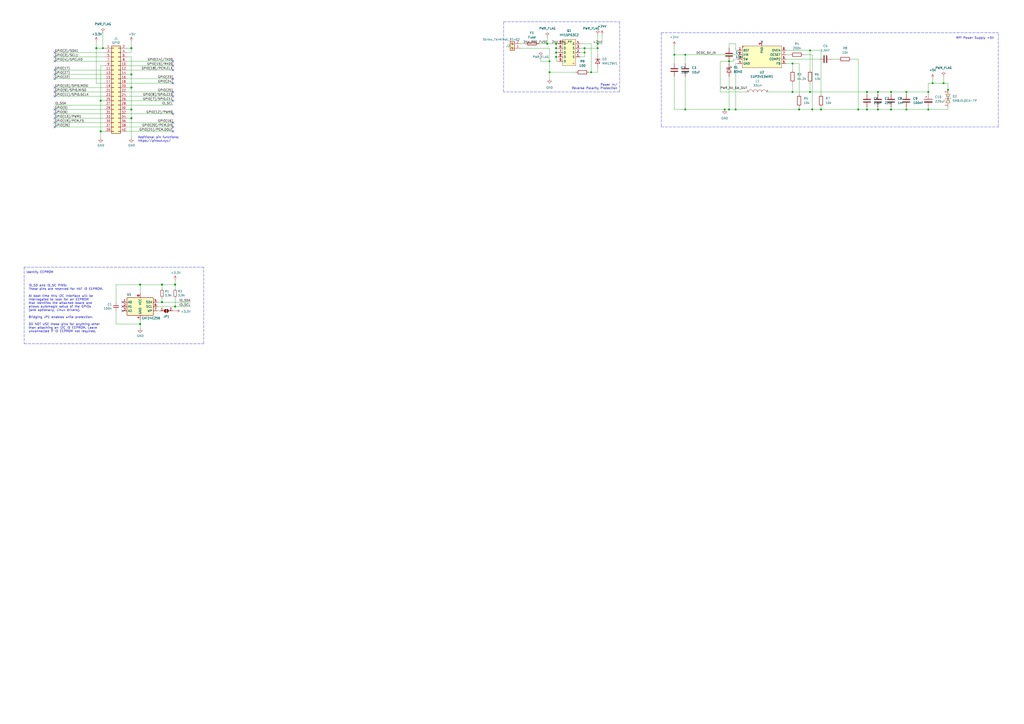
<source format=kicad_sch>
(kicad_sch (version 20211123) (generator eeschema)
  (paper "A2")
  (title_block (title "CBPi Hat") (date "2023-02-13") (rev "Rev 1.1") (company "Till Klocke"))
  (lib_symbols
    (symbol "Connector:Screw_Terminal_01x02" (pin_names (offset 1.016) hide)
      (property "Reference" "J" (at 0 2.54 0))
      (property "Value" "Screw_Terminal_01x02" (at 0 -5.08 0))
      (symbol "Screw_Terminal_01x02_1_1"
        (rectangle (start -1.27 1.27) (end 1.27 -3.81) (stroke (width 0.254)) (fill (type background)))
        (circle (center 0 -2.54) (radius 0.635) (stroke (width 0.1524)))
        (polyline (pts (xy -0.5334 -2.2098) (xy 0.3302 -3.048)) (stroke (width 0.1524)))
        (polyline (pts (xy -0.5334 0.3302) (xy 0.3302 -0.508)) (stroke (width 0.1524)))
        (polyline (pts (xy -0.3556 -2.032) (xy 0.508 -2.8702)) (stroke (width 0.1524)))
        (polyline (pts (xy -0.3556 0.508) (xy 0.508 -0.3302)) (stroke (width 0.1524)))
        (circle (center 0 0) (radius 0.635) (stroke (width 0.1524)))
        (pin passive line (at -5.08 0 0) (length 3.81) (name "Pin_1") (number "1"))
        (pin passive line (at -5.08 -2.54 0) (length 3.81) (name "Pin_2") (number "2"))
      )
    )
    (symbol "Connector_Generic:Conn_02x20_Odd_Even" (pin_names (offset 1.016) hide)
      (property "Reference" "J" (at 1.27 25.4 0))
      (property "Value" "Conn_02x20_Odd_Even" (at 1.27 -27.94 0))
      (symbol "Conn_02x20_Odd_Even_1_1"
        (rectangle (start -1.27 -25.273) (end 0 -25.527) (stroke (width 0.1524)))
        (rectangle (start -1.27 -22.733) (end 0 -22.987) (stroke (width 0.1524)))
        (rectangle (start -1.27 -20.193) (end 0 -20.447) (stroke (width 0.1524)))
        (rectangle (start -1.27 -17.653) (end 0 -17.907) (stroke (width 0.1524)))
        (rectangle (start -1.27 -15.113) (end 0 -15.367) (stroke (width 0.1524)))
        (rectangle (start -1.27 -12.573) (end 0 -12.827) (stroke (width 0.1524)))
        (rectangle (start -1.27 -10.033) (end 0 -10.287) (stroke (width 0.1524)))
        (rectangle (start -1.27 -7.493) (end 0 -7.747) (stroke (width 0.1524)))
        (rectangle (start -1.27 -4.953) (end 0 -5.207) (stroke (width 0.1524)))
        (rectangle (start -1.27 -2.413) (end 0 -2.667) (stroke (width 0.1524)))
        (rectangle (start -1.27 0.127) (end 0 -0.127) (stroke (width 0.1524)))
        (rectangle (start -1.27 2.667) (end 0 2.413) (stroke (width 0.1524)))
        (rectangle (start -1.27 5.207) (end 0 4.953) (stroke (width 0.1524)))
        (rectangle (start -1.27 7.747) (end 0 7.493) (stroke (width 0.1524)))
        (rectangle (start -1.27 10.287) (end 0 10.033) (stroke (width 0.1524)))
        (rectangle (start -1.27 12.827) (end 0 12.573) (stroke (width 0.1524)))
        (rectangle (start -1.27 15.367) (end 0 15.113) (stroke (width 0.1524)))
        (rectangle (start -1.27 17.907) (end 0 17.653) (stroke (width 0.1524)))
        (rectangle (start -1.27 20.447) (end 0 20.193) (stroke (width 0.1524)))
        (rectangle (start -1.27 22.987) (end 0 22.733) (stroke (width 0.1524)))
        (rectangle (start -1.27 24.13) (end 3.81 -26.67) (stroke (width 0.254)) (fill (type background)))
        (rectangle (start 3.81 -25.273) (end 2.54 -25.527) (stroke (width 0.1524)))
        (rectangle (start 3.81 -22.733) (end 2.54 -22.987) (stroke (width 0.1524)))
        (rectangle (start 3.81 -20.193) (end 2.54 -20.447) (stroke (width 0.1524)))
        (rectangle (start 3.81 -17.653) (end 2.54 -17.907) (stroke (width 0.1524)))
        (rectangle (start 3.81 -15.113) (end 2.54 -15.367) (stroke (width 0.1524)))
        (rectangle (start 3.81 -12.573) (end 2.54 -12.827) (stroke (width 0.1524)))
        (rectangle (start 3.81 -10.033) (end 2.54 -10.287) (stroke (width 0.1524)))
        (rectangle (start 3.81 -7.493) (end 2.54 -7.747) (stroke (width 0.1524)))
        (rectangle (start 3.81 -4.953) (end 2.54 -5.207) (stroke (width 0.1524)))
        (rectangle (start 3.81 -2.413) (end 2.54 -2.667) (stroke (width 0.1524)))
        (rectangle (start 3.81 0.127) (end 2.54 -0.127) (stroke (width 0.1524)))
        (rectangle (start 3.81 2.667) (end 2.54 2.413) (stroke (width 0.1524)))
        (rectangle (start 3.81 5.207) (end 2.54 4.953) (stroke (width 0.1524)))
        (rectangle (start 3.81 7.747) (end 2.54 7.493) (stroke (width 0.1524)))
        (rectangle (start 3.81 10.287) (end 2.54 10.033) (stroke (width 0.1524)))
        (rectangle (start 3.81 12.827) (end 2.54 12.573) (stroke (width 0.1524)))
        (rectangle (start 3.81 15.367) (end 2.54 15.113) (stroke (width 0.1524)))
        (rectangle (start 3.81 17.907) (end 2.54 17.653) (stroke (width 0.1524)))
        (rectangle (start 3.81 20.447) (end 2.54 20.193) (stroke (width 0.1524)))
        (rectangle (start 3.81 22.987) (end 2.54 22.733) (stroke (width 0.1524)))
        (pin passive line (at -5.08 22.86 0) (length 3.81) (name "Pin_1") (number "1"))
        (pin passive line (at 7.62 12.7 180) (length 3.81) (name "Pin_10") (number "10"))
        (pin passive line (at -5.08 10.16 0) (length 3.81) (name "Pin_11") (number "11"))
        (pin passive line (at 7.62 10.16 180) (length 3.81) (name "Pin_12") (number "12"))
        (pin passive line (at -5.08 7.62 0) (length 3.81) (name "Pin_13") (number "13"))
        (pin passive line (at 7.62 7.62 180) (length 3.81) (name "Pin_14") (number "14"))
        (pin passive line (at -5.08 5.08 0) (length 3.81) (name "Pin_15") (number "15"))
        (pin passive line (at 7.62 5.08 180) (length 3.81) (name "Pin_16") (number "16"))
        (pin passive line (at -5.08 2.54 0) (length 3.81) (name "Pin_17") (number "17"))
        (pin passive line (at 7.62 2.54 180) (length 3.81) (name "Pin_18") (number "18"))
        (pin passive line (at -5.08 0 0) (length 3.81) (name "Pin_19") (number "19"))
        (pin passive line (at 7.62 22.86 180) (length 3.81) (name "Pin_2") (number "2"))
        (pin passive line (at 7.62 0 180) (length 3.81) (name "Pin_20") (number "20"))
        (pin passive line (at -5.08 -2.54 0) (length 3.81) (name "Pin_21") (number "21"))
        (pin passive line (at 7.62 -2.54 180) (length 3.81) (name "Pin_22") (number "22"))
        (pin passive line (at -5.08 -5.08 0) (length 3.81) (name "Pin_23") (number "23"))
        (pin passive line (at 7.62 -5.08 180) (length 3.81) (name "Pin_24") (number "24"))
        (pin passive line (at -5.08 -7.62 0) (length 3.81) (name "Pin_25") (number "25"))
        (pin passive line (at 7.62 -7.62 180) (length 3.81) (name "Pin_26") (number "26"))
        (pin passive line (at -5.08 -10.16 0) (length 3.81) (name "Pin_27") (number "27"))
        (pin passive line (at 7.62 -10.16 180) (length 3.81) (name "Pin_28") (number "28"))
        (pin passive line (at -5.08 -12.7 0) (length 3.81) (name "Pin_29") (number "29"))
        (pin passive line (at -5.08 20.32 0) (length 3.81) (name "Pin_3") (number "3"))
        (pin passive line (at 7.62 -12.7 180) (length 3.81) (name "Pin_30") (number "30"))
        (pin passive line (at -5.08 -15.24 0) (length 3.81) (name "Pin_31") (number "31"))
        (pin passive line (at 7.62 -15.24 180) (length 3.81) (name "Pin_32") (number "32"))
        (pin passive line (at -5.08 -17.78 0) (length 3.81) (name "Pin_33") (number "33"))
        (pin passive line (at 7.62 -17.78 180) (length 3.81) (name "Pin_34") (number "34"))
        (pin passive line (at -5.08 -20.32 0) (length 3.81) (name "Pin_35") (number "35"))
        (pin passive line (at 7.62 -20.32 180) (length 3.81) (name "Pin_36") (number "36"))
        (pin passive line (at -5.08 -22.86 0) (length 3.81) (name "Pin_37") (number "37"))
        (pin passive line (at 7.62 -22.86 180) (length 3.81) (name "Pin_38") (number "38"))
        (pin passive line (at -5.08 -25.4 0) (length 3.81) (name "Pin_39") (number "39"))
        (pin passive line (at 7.62 20.32 180) (length 3.81) (name "Pin_4") (number "4"))
        (pin passive line (at 7.62 -25.4 180) (length 3.81) (name "Pin_40") (number "40"))
        (pin passive line (at -5.08 17.78 0) (length 3.81) (name "Pin_5") (number "5"))
        (pin passive line (at 7.62 17.78 180) (length 3.81) (name "Pin_6") (number "6"))
        (pin passive line (at -5.08 15.24 0) (length 3.81) (name "Pin_7") (number "7"))
        (pin passive line (at 7.62 15.24 180) (length 3.81) (name "Pin_8") (number "8"))
        (pin passive line (at -5.08 12.7 0) (length 3.81) (name "Pin_9") (number "9"))
      )
    )
    (symbol "Device:C" (pin_numbers hide) (pin_names (offset 0.254))
      (property "Reference" "C" (at 0.635 2.54 0))
      (property "Value" "C" (at 0.635 -2.54 0))
      (symbol "C_0_1"
        (polyline (pts (xy -2.032 -0.762) (xy 2.032 -0.762)) (stroke (width 0.508)))
        (polyline (pts (xy -2.032 0.762) (xy 2.032 0.762)) (stroke (width 0.508)))
      )
      (symbol "C_1_1"
        (pin passive line (at 0 3.81 270) (length 2.794) (name "~") (number "1"))
        (pin passive line (at 0 -3.81 90) (length 2.794) (name "~") (number "2"))
      )
    )
    (symbol "Device:C_Polarized" (pin_numbers hide) (pin_names (offset 0.254))
      (property "Reference" "C" (at 0.635 2.54 0))
      (property "Value" "C_Polarized" (at 0.635 -2.54 0))
      (symbol "C_Polarized_0_1"
        (rectangle (start -2.286 0.508) (end 2.286 1.016))
        (polyline (pts (xy -1.778 2.286) (xy -0.762 2.286)))
        (polyline (pts (xy -1.27 2.794) (xy -1.27 1.778)))
        (rectangle (start 2.286 -0.508) (end -2.286 -1.016) (fill (type outline)))
      )
      (symbol "C_Polarized_1_1"
        (pin passive line (at 0 3.81 270) (length 2.794) (name "~") (number "1"))
        (pin passive line (at 0 -3.81 90) (length 2.794) (name "~") (number "2"))
      )
    )
    (symbol "Device:C_Small" (pin_numbers hide) (pin_names (offset 0.254) hide)
      (property "Reference" "C" (at 0.254 1.778 0))
      (property "Value" "C_Small" (at 0.254 -2.032 0))
      (symbol "C_Small_0_1"
        (polyline (pts (xy -1.524 -0.508) (xy 1.524 -0.508)) (stroke (width 0.3302)))
        (polyline (pts (xy -1.524 0.508) (xy 1.524 0.508)) (stroke (width 0.3048)))
      )
      (symbol "C_Small_1_1"
        (pin passive line (at 0 2.54 270) (length 2.032) (name "~") (number "1"))
        (pin passive line (at 0 -2.54 90) (length 2.032) (name "~") (number "2"))
      )
    )
    (symbol "Device:D_Zener" (pin_numbers hide) (pin_names (offset 1.016) hide)
      (property "Reference" "D" (at 0 2.54 0))
      (property "Value" "D_Zener" (at 0 -2.54 0))
      (symbol "D_Zener_0_1"
        (polyline (pts (xy 1.27 0) (xy -1.27 0)))
        (polyline (pts (xy -1.27 -1.27) (xy -1.27 1.27) (xy -0.762 1.27)) (stroke (width 0.254)))
        (polyline (pts (xy 1.27 -1.27) (xy 1.27 1.27) (xy -1.27 0) (xy 1.27 -1.27)) (stroke (width 0.254)))
      )
      (symbol "D_Zener_1_1"
        (pin passive line (at -3.81 0 0) (length 2.54) (name "K") (number "1"))
        (pin passive line (at 3.81 0 180) (length 2.54) (name "A") (number "2"))
      )
    )
    (symbol "Device:Fuse" (pin_numbers hide) (pin_names (offset 0))
      (property "Reference" "F" (at 2.032 0 90))
      (property "Value" "Fuse" (at -1.905 0 90))
      (symbol "Fuse_0_1"
        (rectangle (start -0.762 -2.54) (end 0.762 2.54) (stroke (width 0.254)))
        (polyline (pts (xy 0 2.54) (xy 0 -2.54)))
      )
      (symbol "Fuse_1_1"
        (pin passive line (at 0 3.81 270) (length 1.27) (name "~") (number "1"))
        (pin passive line (at 0 -3.81 90) (length 1.27) (name "~") (number "2"))
      )
    )
    (symbol "Device:R" (pin_numbers hide) (pin_names (offset 0))
      (property "Reference" "R" (at 2.032 0 90))
      (property "Value" "R" (at 0 0 90))
      (symbol "R_0_1"
        (rectangle (start -1.016 -2.54) (end 1.016 2.54) (stroke (width 0.254)))
      )
      (symbol "R_1_1"
        (pin passive line (at 0 3.81 270) (length 1.27) (name "~") (number "1"))
        (pin passive line (at 0 -3.81 90) (length 1.27) (name "~") (number "2"))
      )
    )
    (symbol "Device:R_Small" (pin_numbers hide) (pin_names (offset 0.254) hide)
      (property "Reference" "R" (at 0.762 0.508 0))
      (property "Value" "R_Small" (at 0.762 -1.016 0))
      (symbol "R_Small_0_1"
        (rectangle (start -0.762 1.778) (end 0.762 -1.778) (stroke (width 0.2032)))
      )
      (symbol "R_Small_1_1"
        (pin passive line (at 0 2.54 270) (length 0.762) (name "~") (number "1"))
        (pin passive line (at 0 -2.54 90) (length 0.762) (name "~") (number "2"))
      )
    )
    (symbol "Diode:B340" (pin_numbers hide) (pin_names (offset 1.016) hide)
      (property "Reference" "D" (at 0 2.54 0))
      (property "Value" "B340" (at 0 -2.54 0))
      (symbol "B340_0_1"
        (polyline (pts (xy 1.27 0) (xy -1.27 0)))
        (polyline (pts (xy 1.27 1.27) (xy 1.27 -1.27) (xy -1.27 0) (xy 1.27 1.27)) (stroke (width 0.254)))
        (polyline (pts (xy -1.905 0.635) (xy -1.905 1.27) (xy -1.27 1.27) (xy -1.27 -1.27) (xy -0.635 -1.27) (xy -0.635 -0.635)) (stroke (width 0.254)))
      )
      (symbol "B340_1_1"
        (pin passive line (at -3.81 0 0) (length 2.54) (name "K") (number "1"))
        (pin passive line (at 3.81 0 180) (length 2.54) (name "A") (number "2"))
      )
    )
    (symbol "Jumper:SolderJumper_2_Open" (pin_names (offset 0) hide)
      (property "Reference" "JP" (at 0 2.032 0))
      (property "Value" "SolderJumper_2_Open" (at 0 -2.54 0))
      (symbol "SolderJumper_2_Open_0_1"
        (arc (start -0.254 1.016) (mid -1.27 0) (end -0.254 -1.016))
        (arc (start -0.254 1.016) (mid -1.27 0) (end -0.254 -1.016) (fill (type outline)))
        (polyline (pts (xy -0.254 1.016) (xy -0.254 -1.016)))
        (polyline (pts (xy 0.254 1.016) (xy 0.254 -1.016)))
        (arc (start 0.254 -1.016) (mid 1.27 0) (end 0.254 1.016))
        (arc (start 0.254 -1.016) (mid 1.27 0) (end 0.254 1.016) (fill (type outline)))
      )
      (symbol "SolderJumper_2_Open_1_1"
        (pin passive line (at -3.81 0 0) (length 2.54) (name "A") (number "1"))
        (pin passive line (at 3.81 0 180) (length 2.54) (name "B") (number "2"))
      )
    )
    (symbol "Memory_EEPROM:CAT24C256"
      (property "Reference" "U" (at -6.35 6.35 0))
      (property "Value" "CAT24C256" (at 1.27 6.35 0))
      (symbol "CAT24C256_1_1"
        (rectangle (start -7.62 5.08) (end 7.62 -5.08) (stroke (width 0.254)) (fill (type background)))
        (pin input line (at -10.16 2.54 0) (length 2.54) (name "A0") (number "1"))
        (pin input line (at -10.16 0 0) (length 2.54) (name "A1") (number "2"))
        (pin input line (at -10.16 -2.54 0) (length 2.54) (name "A2") (number "3"))
        (pin power_in line (at 0 -7.62 90) (length 2.54) (name "GND") (number "4"))
        (pin bidirectional line (at 10.16 2.54 180) (length 2.54) (name "SDA") (number "5"))
        (pin input line (at 10.16 0 180) (length 2.54) (name "SCL") (number "6"))
        (pin input line (at 10.16 -2.54 180) (length 2.54) (name "WP") (number "7"))
        (pin power_in line (at 0 7.62 270) (length 2.54) (name "VCC") (number "8"))
      )
    )
    (symbol "eup3453wir1:EUP3453WIR1"
      (property "Reference" "U" (at 0 13.97 0))
      (property "Value" "EUP3453WIR1" (at 0 -8.89 0))
      (symbol "EUP3453WIR1_0_1"
        (rectangle (start -11.43 6.35) (end 11.43 -6.35) (fill (type background)))
        (circle (center -10.92 5.84) (radius 0.38))
        (pin input line (at -13.97 3.81 0) (length 2.54) (name "BST") (number "1"))
        (pin power_in line (at -13.97 1.27 0) (length 2.54) (name "VIN") (number "2"))
        (pin input line (at -13.97 -1.27 0) (length 2.54) (name "SW") (number "3"))
        (pin power_in line (at -13.97 -3.81 0) (length 2.54) (name "GND") (number "4"))
        (pin input line (at 13.97 -3.81 180) (length 2.54) (name "FB") (number "5"))
        (pin input line (at 13.97 -1.27 180) (length 2.54) (name "COMP2") (number "6"))
        (pin input line (at 13.97 1.27 180) (length 2.54) (name "OCSET") (number "7"))
        (pin input line (at 13.97 3.81 180) (length 2.54) (name "OVEN") (number "8"))
        (pin unspecified line (at 0 8.89 270) (length 2.54) (name "PAD") (number "9"))
      )
    )
    (symbol "hy15p03c2:HY15P03C2"
      (property "Reference" "Q" (at 0 10.16 0))
      (property "Value" "HY15P03C2" (at 0 -10.16 0))
      (symbol "HY15P03C2_0_1"
        (rectangle (start -3.81 7.62) (end 3.81 -7.62) (fill (type background)))
        (circle (center -2.54 6.35) (radius 0.38))
        (pin power_in line (at -6.35 2.54 0) (length 2.54) (name "S") (number "1"))
        (pin power_in line (at -6.35 0 0) (length 2.54) (name "S") (number "2"))
        (pin power_in line (at -6.35 -2.54 0) (length 2.54) (name "S") (number "3"))
        (pin input line (at -6.35 -5.08 0) (length 2.54) (name "G") (number "4"))
        (pin power_in line (at 6.35 -5.08 180) (length 2.54) (name "D") (number "5"))
        (pin power_in line (at 6.35 -2.54 180) (length 2.54) (name "D") (number "6"))
        (pin power_in line (at 6.35 0 180) (length 2.54) (name "D") (number "7"))
        (pin power_in line (at 6.35 2.54 180) (length 2.54) (name "D") (number "8"))
        (pin power_in line (at 6.35 5.08 180) (length 2.54) (name "D") (number "9"))
      )
    )
    (symbol "power:+24V" (power) (pin_names (offset 0))
      (property "Value" "+24V" (at 0 3.556 0))
      (symbol "+24V_0_1"
        (polyline (pts (xy -0.762 1.27) (xy 0 2.54)))
        (polyline (pts (xy 0 0) (xy 0 2.54)))
        (polyline (pts (xy 0 2.54) (xy 0.762 1.27)))
      )
      (symbol "+24V_1_1"
        (pin power_in line (at 0 0 90) (length 0) hide (name "+24V") (number "1"))
      )
    )
    (symbol "power:+3.3V" (power) (pin_names (offset 0))
      (property "Value" "+3.3V" (at 0 3.556 0))
      (symbol "+3.3V_0_1"
        (polyline (pts (xy -0.762 1.27) (xy 0 2.54)))
        (polyline (pts (xy 0 0) (xy 0 2.54)))
        (polyline (pts (xy 0 2.54) (xy 0.762 1.27)))
      )
      (symbol "+3.3V_1_1"
        (pin power_in line (at 0 0 90) (length 0) hide (name "+3.3V") (number "1"))
      )
    )
    (symbol "power:+5V" (power) (pin_names (offset 0))
      (property "Value" "+5V" (at 0 3.556 0))
      (symbol "+5V_0_1"
        (polyline (pts (xy -0.762 1.27) (xy 0 2.54)))
        (polyline (pts (xy 0 0) (xy 0 2.54)))
        (polyline (pts (xy 0 2.54) (xy 0.762 1.27)))
      )
      (symbol "+5V_1_1"
        (pin power_in line (at 0 0 90) (length 0) hide (name "+5V") (number "1"))
      )
    )
    (symbol "power:GND" (power) (pin_names (offset 0))
      (property "Value" "GND" (at 0 -3.81 0))
      (symbol "GND_0_1"
        (polyline (pts (xy 0 0) (xy 0 -1.27) (xy 1.27 -1.27) (xy 0 -2.54) (xy -1.27 -1.27) (xy 0 -1.27)))
      )
      (symbol "GND_1_1"
        (pin power_in line (at 0 0 270) (length 0) hide (name "GND") (number "1"))
      )
    )
    (symbol "power:PWR_FLAG" (power) (pin_numbers hide) (pin_names (offset 0) hide)
      (property "Value" "PWR_FLAG" (at 0 3.81 0))
      (symbol "PWR_FLAG_0_0"
        (pin power_out line (at 0 0 90) (length 0) (name "pwr") (number "1"))
      )
      (symbol "PWR_FLAG_0_1"
        (polyline (pts (xy 0 0) (xy 0 1.27) (xy -1.016 1.905) (xy 0 2.54) (xy 1.016 1.905) (xy 0 1.27)))
      )
    )
    (symbol "pspice:INDUCTOR" (pin_numbers hide) (pin_names (offset 0))
      (property "Reference" "L" (at 0 2.54 0))
      (property "Value" "INDUCTOR" (at 0 -1.27 0))
      (symbol "INDUCTOR_0_1"
        (arc (start -2.54 0) (mid -3.81 1.27) (end -5.08 0))
        (arc (start 0 0) (mid -1.27 1.27) (end -2.54 0))
        (arc (start 2.54 0) (mid 1.27 1.27) (end 0 0))
        (arc (start 5.08 0) (mid 3.81 1.27) (end 2.54 0))
      )
      (symbol "INDUCTOR_1_1"
        (pin passive line (at -6.35 0 0) (length 1.27) (name "1") (number "1"))
        (pin passive line (at 6.35 0 180) (length 1.27) (name "2") (number "2"))
      )
    )
    (symbol "smbj5.0ca-tp:SMBJ5.0CA-TP"
      (property "Reference" "D" (at 0 5.08 0))
      (property "Value" "SMBJ5.0CA-TP" (at 0 -5.08 0))
      (symbol "SMBJ5.0CA-TP_0_1"
        (polyline (pts (xy -2.54 1.27) (xy 0 0) (xy -2.54 -1.27) (xy -2.54 1.27)) (fill (type background)))
        (polyline (pts (xy 2.54 1.27) (xy 0 0) (xy 2.54 -1.27) (xy 2.54 1.27)) (fill (type background)))
        (polyline (pts (xy -0.51 1.52) (xy -0.51 1.52) (xy 0 1.52) (xy 0 -1.52) (xy 0.51 -1.52) (xy 0.51 -1.52)))
        (pin power_in line (at -5.08 0 0) (length 2.54) (name "1") (number "1"))
        (pin power_in line (at 5.08 0 180) (length 2.54) (name "2") (number "2"))
      )
    )
  )
  (junction (at 342.9 41.91))
  (junction (at 426.72 63.5))
  (junction (at 502.92 63.5))
  (junction (at 93.98 175.26) (diameter 1.016))
  (junction (at 76.2 27.94) (diameter 1.016))
  (junction (at 81.28 187.96) (diameter 1.016))
  (junction (at 59.69 27.94))
  (junction (at 469.9 53.34))
  (junction (at 76.2 43.18) (diameter 1.016))
  (junction (at 81.28 165.1) (diameter 1.016))
  (junction (at 422.91 63.5))
  (junction (at 541.02 48.26))
  (junction (at 420.37 63.5))
  (junction (at 101.6 165.1) (diameter 1.016))
  (junction (at 346.71 25.4))
  (junction (at 463.55 63.5))
  (junction (at 516.89 63.5))
  (junction (at 509.27 53.34))
  (junction (at 459.74 53.34))
  (junction (at 469.9 29.21))
  (junction (at 318.77 35.56))
  (junction (at 538.48 63.5))
  (junction (at 397.51 31.75))
  (junction (at 497.84 63.5))
  (junction (at 538.48 53.34))
  (junction (at 58.42 76.2) (diameter 1.016))
  (junction (at 317.5 25.4))
  (junction (at 459.74 36.83))
  (junction (at 58.42 58.42) (diameter 1.016))
  (junction (at 322.58 33.02))
  (junction (at 391.16 31.75))
  (junction (at 76.2 68.58) (diameter 1.016))
  (junction (at 549.91 52.07))
  (junction (at 502.92 53.34))
  (junction (at 476.25 63.5))
  (junction (at 322.58 30.48))
  (junction (at 547.37 48.26))
  (junction (at 339.09 30.48))
  (junction (at 509.27 63.5))
  (junction (at 322.58 25.4))
  (junction (at 76.2 63.5) (diameter 1.016))
  (junction (at 339.09 27.94))
  (junction (at 525.78 53.34))
  (junction (at 322.58 27.94))
  (junction (at 76.2 50.8) (diameter 1.016))
  (junction (at 422.91 35.56))
  (junction (at 346.71 27.94))
  (junction (at 101.6 177.8) (diameter 1.016))
  (junction (at 516.89 53.34))
  (junction (at 318.77 41.91))
  (junction (at 471.17 63.5))
  (junction (at 525.78 63.5))
  (junction (at 397.51 63.5))
  (junction (at 55.88 27.94) (diameter 1.016))
  (junction (at 93.98 165.1) (diameter 1.016))
  (no_connect (at 71.12 175.26))
  (no_connect (at 71.12 177.8))
  (no_connect (at 71.12 180.34))
  (no_connect (at 100.33 38.1))
  (no_connect (at 31.75 73.66))
  (no_connect (at 31.75 53.34))
  (no_connect (at 100.33 40.64))
  (no_connect (at 31.75 68.58))
  (no_connect (at 31.75 55.88))
  (no_connect (at 100.33 76.2))
  (no_connect (at 31.75 40.64))
  (no_connect (at 31.75 33.02))
  (no_connect (at 31.75 63.5))
  (no_connect (at 100.33 35.56))
  (no_connect (at 100.33 66.04))
  (no_connect (at 100.33 48.26))
  (no_connect (at 100.33 53.34))
  (no_connect (at 100.33 73.66))
  (no_connect (at 100.33 58.42))
  (no_connect (at 31.75 30.48))
  (no_connect (at 441.96 24.13))
  (no_connect (at 31.75 66.04))
  (no_connect (at 31.75 71.12))
  (no_connect (at 31.75 35.56))
  (no_connect (at 100.33 55.88))
  (no_connect (at 100.33 71.12))
  (no_connect (at 31.75 50.8))
  (no_connect (at 31.75 45.72))
  (no_connect (at 31.75 43.18))
  (no_connect (at 100.33 45.72))
  (wire (pts (xy 58.42 58.42) (xy 58.42 76.2)))
  (wire (pts (xy 476.25 54.61) (xy 476.25 29.21)))
  (wire (pts (xy 336.55 30.48) (xy 339.09 30.48)))
  (wire (pts (xy 422.91 35.56) (xy 417.83 35.56)))
  (wire (pts (xy 73.66 58.42) (xy 100.33 58.42)))
  (wire (pts (xy 549.91 62.23) (xy 549.91 63.5)))
  (wire (pts (xy 426.72 63.5) (xy 422.91 63.5)))
  (wire (pts (xy 60.96 40.64) (xy 31.75 40.64)))
  (wire (pts (xy 81.28 165.1) (xy 93.98 165.1)))
  (wire (pts (xy 101.6 165.1) (xy 93.98 165.1)))
  (wire (pts (xy 101.6 167.64) (xy 101.6 165.1)))
  (wire (pts (xy 471.17 63.5) (xy 463.55 63.5)))
  (wire (pts (xy 502.92 62.23) (xy 502.92 63.5)))
  (polyline (pts (xy 118.11 199.39) (xy 118.11 154.94)))
  (wire (pts (xy 525.78 63.5) (xy 538.48 63.5)))
  (wire (pts (xy 525.78 53.34) (xy 525.78 54.61)))
  (wire (pts (xy 509.27 62.23) (xy 509.27 63.5)))
  (wire (pts (xy 76.2 33.02) (xy 76.2 43.18)))
  (wire (pts (xy 76.2 50.8) (xy 73.66 50.8)))
  (wire (pts (xy 549.91 63.5) (xy 538.48 63.5)))
  (wire (pts (xy 59.69 27.94) (xy 60.96 27.94)))
  (wire (pts (xy 76.2 63.5) (xy 76.2 68.58)))
  (wire (pts (xy 425.45 34.29) (xy 425.45 35.56)))
  (wire (pts (xy 420.37 63.5) (xy 397.51 63.5)))
  (wire (pts (xy 391.16 63.5) (xy 391.16 44.45)))
  (polyline (pts (xy 292.1 12.7) (xy 292.1 53.34)))
  (wire (pts (xy 459.74 36.83) (xy 459.74 40.64)))
  (wire (pts (xy 422.91 44.45) (xy 422.91 63.5)))
  (wire (pts (xy 476.25 62.23) (xy 476.25 63.5)))
  (wire (pts (xy 516.89 53.34) (xy 516.89 54.61)))
  (wire (pts (xy 397.51 31.75) (xy 397.51 36.83)))
  (wire (pts (xy 313.69 35.56) (xy 318.77 35.56)))
  (wire (pts (xy 466.09 31.75) (xy 471.17 31.75)))
  (wire (pts (xy 455.93 34.29) (xy 474.98 34.29)))
  (wire (pts (xy 76.2 50.8) (xy 76.2 63.5)))
  (wire (pts (xy 336.55 25.4) (xy 342.9 25.4)))
  (wire (pts (xy 547.37 44.45) (xy 547.37 48.26)))
  (wire (pts (xy 73.66 35.56) (xy 100.33 35.56)))
  (wire (pts (xy 58.42 38.1) (xy 58.42 58.42)))
  (wire (pts (xy 322.58 27.94) (xy 322.58 25.4)))
  (wire (pts (xy 91.44 175.26) (xy 93.98 175.26)))
  (wire (pts (xy 93.98 175.26) (xy 110.49 175.26)))
  (wire (pts (xy 541.02 45.72) (xy 541.02 48.26)))
  (wire (pts (xy 482.6 34.29) (xy 486.41 34.29)))
  (wire (pts (xy 58.42 38.1) (xy 60.96 38.1)))
  (wire (pts (xy 459.74 48.26) (xy 459.74 53.34)))
  (wire (pts (xy 91.44 180.34) (xy 92.71 180.34)))
  (wire (pts (xy 100.33 180.34) (xy 101.6 180.34)))
  (wire (pts (xy 322.58 30.48) (xy 323.85 30.48)))
  (wire (pts (xy 73.66 55.88) (xy 100.33 55.88)))
  (wire (pts (xy 342.9 41.91) (xy 346.71 41.91)))
  (wire (pts (xy 60.96 60.96) (xy 31.75 60.96)))
  (wire (pts (xy 427.99 31.75) (xy 397.51 31.75)))
  (wire (pts (xy 31.75 63.5) (xy 60.96 63.5)))
  (polyline (pts (xy 359.41 12.7) (xy 359.41 53.34)))
  (wire (pts (xy 538.48 48.26) (xy 541.02 48.26)))
  (polyline (pts (xy 579.12 73.66) (xy 579.12 19.05)))
  (polyline (pts (xy 292.1 12.7) (xy 359.41 12.7)))
  (wire (pts (xy 346.71 20.32) (xy 346.71 25.4)))
  (wire (pts (xy 322.58 27.94) (xy 323.85 27.94)))
  (wire (pts (xy 322.58 25.4) (xy 323.85 25.4)))
  (wire (pts (xy 58.42 58.42) (xy 60.96 58.42)))
  (polyline (pts (xy 13.97 154.94) (xy 13.97 199.39)))
  (wire (pts (xy 101.6 162.56) (xy 101.6 165.1)))
  (wire (pts (xy 538.48 53.34) (xy 538.48 54.61)))
  (wire (pts (xy 73.66 45.72) (xy 100.33 45.72)))
  (wire (pts (xy 81.28 165.1) (xy 81.28 170.18)))
  (wire (pts (xy 516.89 62.23) (xy 516.89 63.5)))
  (wire (pts (xy 323.85 35.56) (xy 322.58 35.56)))
  (polyline (pts (xy 383.54 73.66) (xy 579.12 73.66)))
  (wire (pts (xy 73.66 76.2) (xy 100.33 76.2)))
  (wire (pts (xy 58.42 76.2) (xy 58.42 80.01)))
  (wire (pts (xy 31.75 43.18) (xy 60.96 43.18)))
  (wire (pts (xy 101.6 172.72) (xy 101.6 177.8)))
  (wire (pts (xy 302.26 25.4) (xy 304.8 25.4)))
  (wire (pts (xy 417.83 53.34) (xy 433.07 53.34)))
  (wire (pts (xy 55.88 24.13) (xy 55.88 27.94)))
  (wire (pts (xy 426.72 25.4) (xy 426.72 29.21)))
  (wire (pts (xy 313.69 33.02) (xy 313.69 35.56)))
  (wire (pts (xy 318.77 27.94) (xy 318.77 35.56)))
  (polyline (pts (xy 383.54 19.05) (xy 579.12 19.05)))
  (wire (pts (xy 469.9 48.26) (xy 469.9 53.34)))
  (wire (pts (xy 76.2 68.58) (xy 73.66 68.58)))
  (wire (pts (xy 312.42 25.4) (xy 317.5 25.4)))
  (wire (pts (xy 459.74 53.34) (xy 445.77 53.34)))
  (wire (pts (xy 497.84 63.5) (xy 476.25 63.5)))
  (wire (pts (xy 318.77 41.91) (xy 318.77 45.72)))
  (wire (pts (xy 31.75 33.02) (xy 60.96 33.02)))
  (wire (pts (xy 538.48 62.23) (xy 538.48 63.5)))
  (wire (pts (xy 422.91 35.56) (xy 422.91 36.83)))
  (wire (pts (xy 336.55 33.02) (xy 339.09 33.02)))
  (wire (pts (xy 31.75 55.88) (xy 60.96 55.88)))
  (wire (pts (xy 471.17 31.75) (xy 471.17 63.5)))
  (wire (pts (xy 55.88 48.26) (xy 60.96 48.26)))
  (wire (pts (xy 318.77 41.91) (xy 334.01 41.91)))
  (wire (pts (xy 60.96 30.48) (xy 31.75 30.48)))
  (wire (pts (xy 346.71 25.4) (xy 346.71 27.94)))
  (wire (pts (xy 76.2 27.94) (xy 76.2 30.48)))
  (wire (pts (xy 516.89 53.34) (xy 525.78 53.34)))
  (wire (pts (xy 549.91 48.26) (xy 547.37 48.26)))
  (wire (pts (xy 455.93 36.83) (xy 459.74 36.83)))
  (wire (pts (xy 339.09 27.94) (xy 346.71 27.94)))
  (wire (pts (xy 76.2 43.18) (xy 76.2 50.8)))
  (wire (pts (xy 463.55 36.83) (xy 459.74 36.83)))
  (wire (pts (xy 73.66 40.64) (xy 100.33 40.64)))
  (wire (pts (xy 391.16 31.75) (xy 391.16 26.67)))
  (wire (pts (xy 76.2 43.18) (xy 73.66 43.18)))
  (wire (pts (xy 422.91 25.4) (xy 426.72 25.4)))
  (wire (pts (xy 76.2 24.13) (xy 76.2 27.94)))
  (wire (pts (xy 469.9 53.34) (xy 502.92 53.34)))
  (wire (pts (xy 31.75 35.56) (xy 60.96 35.56)))
  (wire (pts (xy 322.58 33.02) (xy 323.85 33.02)))
  (wire (pts (xy 93.98 165.1) (xy 93.98 167.64)))
  (wire (pts (xy 426.72 29.21) (xy 427.99 29.21)))
  (wire (pts (xy 76.2 27.94) (xy 73.66 27.94)))
  (wire (pts (xy 397.51 63.5) (xy 391.16 63.5)))
  (wire (pts (xy 55.88 27.94) (xy 55.88 48.26)))
  (wire (pts (xy 502.92 53.34) (xy 502.92 54.61)))
  (wire (pts (xy 73.66 48.26) (xy 100.33 48.26)))
  (wire (pts (xy 73.66 38.1) (xy 100.33 38.1)))
  (wire (pts (xy 427.99 34.29) (xy 425.45 34.29)))
  (wire (pts (xy 346.71 39.37) (xy 346.71 41.91)))
  (wire (pts (xy 93.98 172.72) (xy 93.98 175.26)))
  (wire (pts (xy 397.51 44.45) (xy 397.51 63.5)))
  (wire (pts (xy 91.44 177.8) (xy 101.6 177.8)))
  (wire (pts (xy 101.6 177.8) (xy 110.49 177.8)))
  (wire (pts (xy 397.51 31.75) (xy 391.16 31.75)))
  (polyline (pts (xy 118.11 154.94) (xy 13.97 154.94)))
  (wire (pts (xy 497.84 63.5) (xy 502.92 63.5)))
  (wire (pts (xy 31.75 45.72) (xy 60.96 45.72)))
  (wire (pts (xy 31.75 53.34) (xy 60.96 53.34)))
  (wire (pts (xy 494.03 34.29) (xy 497.84 34.29)))
  (wire (pts (xy 497.84 34.29) (xy 497.84 63.5)))
  (wire (pts (xy 346.71 27.94) (xy 346.71 31.75)))
  (wire (pts (xy 31.75 66.04) (xy 60.96 66.04)))
  (wire (pts (xy 455.93 31.75) (xy 458.47 31.75)))
  (wire (pts (xy 525.78 62.23) (xy 525.78 63.5)))
  (wire (pts (xy 76.2 30.48) (xy 73.66 30.48)))
  (wire (pts (xy 426.72 36.83) (xy 426.72 63.5)))
  (wire (pts (xy 541.02 48.26) (xy 547.37 48.26)))
  (polyline (pts (xy 383.54 19.05) (xy 383.54 73.66)))
  (wire (pts (xy 349.25 20.32) (xy 349.25 25.4)))
  (wire (pts (xy 31.75 71.12) (xy 60.96 71.12)))
  (wire (pts (xy 317.5 21.59) (xy 317.5 25.4)))
  (wire (pts (xy 73.66 71.12) (xy 100.33 71.12)))
  (wire (pts (xy 502.92 63.5) (xy 509.27 63.5)))
  (wire (pts (xy 73.66 66.04) (xy 100.33 66.04)))
  (wire (pts (xy 58.42 76.2) (xy 60.96 76.2)))
  (wire (pts (xy 339.09 30.48) (xy 339.09 33.02)))
  (wire (pts (xy 322.58 33.02) (xy 322.58 30.48)))
  (wire (pts (xy 525.78 53.34) (xy 538.48 53.34)))
  (wire (pts (xy 73.66 73.66) (xy 100.33 73.66)))
  (wire (pts (xy 318.77 35.56) (xy 318.77 41.91)))
  (wire (pts (xy 469.9 53.34) (xy 459.74 53.34)))
  (wire (pts (xy 76.2 33.02) (xy 73.66 33.02)))
  (wire (pts (xy 31.75 73.66) (xy 60.96 73.66)))
  (wire (pts (xy 391.16 31.75) (xy 391.16 36.83)))
  (wire (pts (xy 502.92 53.34) (xy 509.27 53.34)))
  (wire (pts (xy 549.91 52.07) (xy 549.91 48.26)))
  (wire (pts (xy 322.58 35.56) (xy 322.58 33.02)))
  (wire (pts (xy 538.48 53.34) (xy 538.48 48.26)))
  (wire (pts (xy 342.9 25.4) (xy 342.9 41.91)))
  (wire (pts (xy 339.09 27.94) (xy 339.09 30.48)))
  (wire (pts (xy 67.31 165.1) (xy 67.31 175.26)))
  (wire (pts (xy 67.31 180.34) (xy 67.31 187.96)))
  (wire (pts (xy 67.31 187.96) (xy 81.28 187.96)))
  (wire (pts (xy 81.28 165.1) (xy 67.31 165.1)))
  (wire (pts (xy 336.55 27.94) (xy 339.09 27.94)))
  (wire (pts (xy 427.99 36.83) (xy 426.72 36.83)))
  (wire (pts (xy 516.89 63.5) (xy 525.78 63.5)))
  (wire (pts (xy 81.28 185.42) (xy 81.28 187.96)))
  (wire (pts (xy 81.28 187.96) (xy 81.28 190.5)))
  (polyline (pts (xy 359.41 53.34) (xy 292.1 53.34)))
  (wire (pts (xy 476.25 29.21) (xy 469.9 29.21)))
  (wire (pts (xy 509.27 53.34) (xy 509.27 54.61)))
  (wire (pts (xy 76.2 68.58) (xy 76.2 80.01)))
  (wire (pts (xy 73.66 53.34) (xy 100.33 53.34)))
  (wire (pts (xy 60.96 68.58) (xy 31.75 68.58)))
  (wire (pts (xy 463.55 54.61) (xy 463.55 36.83)))
  (wire (pts (xy 422.91 63.5) (xy 420.37 63.5)))
  (wire (pts (xy 417.83 35.56) (xy 417.83 53.34)))
  (wire (pts (xy 322.58 30.48) (xy 322.58 27.94)))
  (wire (pts (xy 469.9 29.21) (xy 455.93 29.21)))
  (wire (pts (xy 476.25 63.5) (xy 471.17 63.5)))
  (wire (pts (xy 317.5 25.4) (xy 322.58 25.4)))
  (wire (pts (xy 469.9 40.64) (xy 469.9 29.21)))
  (polyline (pts (xy 13.97 199.39) (xy 118.11 199.39)))
  (wire (pts (xy 76.2 63.5) (xy 73.66 63.5)))
  (wire (pts (xy 55.88 27.94) (xy 59.69 27.94)))
  (wire (pts (xy 59.69 19.05) (xy 59.69 27.94)))
  (wire (pts (xy 549.91 53.34) (xy 549.91 52.07)))
  (wire (pts (xy 302.26 27.94) (xy 318.77 27.94)))
  (wire (pts (xy 341.63 41.91) (xy 342.9 41.91)))
  (wire (pts (xy 509.27 63.5) (xy 516.89 63.5)))
  (wire (pts (xy 425.45 35.56) (xy 422.91 35.56)))
  (wire (pts (xy 422.91 27.94) (xy 422.91 25.4)))
  (wire (pts (xy 349.25 25.4) (xy 346.71 25.4)))
  (wire (pts (xy 509.27 53.34) (xy 516.89 53.34)))
  (wire (pts (xy 60.96 50.8) (xy 31.75 50.8)))
  (wire (pts (xy 73.66 60.96) (xy 100.33 60.96)))
  (wire (pts (xy 463.55 62.23) (xy 463.55 63.5)))
  (wire (pts (xy 463.55 63.5) (xy 426.72 63.5)))
  (text "Additional pin functions:\nhttps://pinout.xyz/" (at 80.01 82.55 0) (effects (font (size 1.27 1.27)) (justify left bottom)))
  (text "Identity EEPROM" (at 15.24 158.75 0) (effects (font (size 1.27 1.27)) (justify left bottom)))
  (text "ID_SD and ID_SC PINS:\nThese pins are reserved for HAT ID EEPROM.\n\nAt boot time this I2C interface will be\ninterrogated to look for an EEPROM\nthat identifes the attached board and\nallows automagic setup of the GPIOs\n(and optionally, Linux drivers).\n\nBridging JP1 enables write protection.\n\nDO NOT USE these pins for anything other\nthan attaching an I2C ID EEPROM. Leave\nunconnected if ID EEPROM not required." (at 16.51 193.04 0) (effects (font (size 1.27 1.27)) (justify left bottom)))
  (text "RPi Power Supply +5V" (at 576.58 22.86 180) (effects (font (size 1.27 1.27)) (justify right bottom)))
  (text "Power In/\nReverse Polarity Protection" (at 358.14 52.07 180) (effects (font (size 1.27 1.27)) (justify right bottom)))
  (label "ID_SDA" (at 31.75 60.96 0))
  (label "GPIO[6]" (at 31.75 66.04 0))
  (label "24V_PRE_PP" (at 320.04 25.4 0))
  (label "ID_SDA" (at 110.49 175.26 180))
  (label "24V_PRE_FUSE" (at 303.53 25.4 0))
  (label "ID_SCL" (at 100.33 60.96 180))
  (label "GPIO[5]" (at 31.75 63.5 0))
  (label "GPIO[21]{slash}PCM.DOUT" (at 100.33 76.2 180))
  (label "GPIO[19]{slash}PCM.FS" (at 31.75 71.12 0))
  (label "GPIO[10]{slash}SPI0.MOSI" (at 31.75 50.8 0))
  (label "GPIO[9]{slash}SPI0.MISO" (at 31.75 53.34 0))
  (label "GPIO[23]" (at 100.33 45.72 180))
  (label "GPIO[4]{slash}GPCLK0" (at 31.75 35.56 0))
  (label "GPIO[27]" (at 31.75 43.18 0))
  (label "GPIO[26]" (at 31.75 73.66 0))
  (label "GPIO[14]{slash}TXD0" (at 100.33 35.56 180))
  (label "GPIO[8]{slash}SPI0.CE0" (at 100.33 55.88 180))
  (label "GPIO[15]{slash}RXD0" (at 100.33 38.1 180))
  (label "PWR_5V_SW_OUT" (at 417.83 52.07 0))
  (label "GPIO[16]" (at 100.33 71.12 180))
  (label "+24V" (at 349.25 25.4 180))
  (label "GPIO[22]" (at 31.75 45.72 0))
  (label "GPIO[2]{slash}SDA1" (at 31.75 30.48 0))
  (label "GPIO[17]" (at 31.75 40.64 0))
  (label "GPIO[25]" (at 100.33 53.34 180))
  (label "GPIO[3]{slash}SCL1" (at 31.75 33.02 0))
  (label "GPIO[18]{slash}PCM.CLK" (at 100.33 40.64 180))
  (label "GPIO[12]{slash}PWM0" (at 100.33 66.04 180))
  (label "GPIO[13]{slash}PWM1" (at 31.75 68.58 0))
  (label "GPIO[20]{slash}PCM.DIN" (at 100.33 73.66 180))
  (label "GPIO[24]" (at 100.33 48.26 180))
  (label "DCDC_5V_IN" (at 403.86 31.75 0))
  (label "GPIO[7]{slash}SPI0.CE1" (at 100.33 58.42 180))
  (label "ID_SCL" (at 110.49 177.8 180))
  (label "GPIO[11]{slash}SPI0.SCLK" (at 31.75 55.88 0))
  (symbol (lib_id "power:+5V") (at 76.2 24.13 0) (unit 1)
    (property "Reference" "#PWR01" (effects hide))
    (property "Value" "+5V" (at 76.5683 19.8056 0))
  )
  (symbol (lib_id "power:+3.3V") (at 55.88 24.13 0) (unit 1)
    (property "Reference" "#PWR04" (effects hide))
    (property "Value" "+3.3V" (at 56.2483 19.8056 0))
  )
  (symbol (lib_id "power:GND") (at 76.2 80.01 0) (unit 1)
    (property "Reference" "#PWR02" (effects hide))
    (property "Value" "GND" (at 76.3143 84.3344 0))
  )
  (symbol (lib_id "power:GND") (at 58.42 80.01 0) (unit 1)
    (property "Reference" "#PWR03" (effects hide))
    (property "Value" "GND" (at 58.5343 84.3344 0))
  )
  (symbol (lib_id "Connector_Generic:Conn_02x20_Odd_Even") (at 66.04 50.8 0) (unit 1)
    (property "Reference" "J1" (at 67.31 22.4598 0))
    (property "Value" "GPIO" (at 67.31 24.765 0))
    (property "Footprint" "Connector_PinSocket_2.54mm:PinSocket_2x20_P2.54mm_Vertical" (effects hide))
  )
  (symbol (lib_id "Device:R") (at 337.82 41.91 90) (unit 1)
    (property "Reference" "R9" (at 337.82 35.56 90))
    (property "Value" "100" (at 337.82 38.1 90))
    (property "Footprint" "Resistor_SMD:R_01005_0402Metric" (effects hide))
  )
  (symbol (lib_id "Device:C_Small") (at 67.31 177.8 0) (unit 1)
    (property "Reference" "C1" (at 64.9858 176.6506 0) (effects (justify right)))
    (property "Value" "100n" (at 64.9858 178.9493 0) (effects (justify right)))
    (property "Footprint" "Capacitor_SMD:C_0603_1608Metric" (effects hide))
  )
  (symbol (lib_id "Device:R") (at 463.55 58.42 0) (unit 1)
    (property "Reference" "R5" (at 466.09 57.1499 0) (effects (justify left)))
    (property "Value" "10k" (at 466.09 59.6899 0) (effects (justify left)))
    (property "Footprint" "Resistor_SMD:R_0603_1608Metric" (effects hide))
  )
  (symbol (lib_id "Device:Fuse") (at 308.61 25.4 90) (unit 1)
    (property "Reference" "F1" (at 308.61 19.05 90))
    (property "Value" "Fuse" (at 308.61 21.59 90))
    (property "Footprint" "Fuse:Fuse_Blade_ATO_directSolder" (effects hide))
  )
  (symbol (lib_id "Device:R_Small") (at 93.98 170.18 0) (unit 1)
    (property "Reference" "R1" (at 95.4786 169.037 0) (effects (justify left)))
    (property "Value" "3.9k" (at 95.4787 171.3293 0) (effects (justify left)))
    (property "Footprint" "Resistor_SMD:R_0402_1005Metric" (effects hide))
  )
  (symbol (lib_id "Device:D_Zener") (at 346.71 35.56 270) (unit 1)
    (property "Reference" "D3" (at 349.25 34.2899 90) (effects (justify left)))
    (property "Value" "MM1Z9V1" (at 349.25 36.8299 90) (effects (justify left)))
    (property "Footprint" "Diode_SMD:D_SOD-123" (effects hide))
  )
  (symbol (lib_id "Device:C") (at 391.16 40.64 0) (unit 1)
    (property "Reference" "C2" (at 394.97 39.3699 0) (effects (justify left)))
    (property "Value" "10uF" (at 394.97 41.9099 0) (effects (justify left)))
    (property "Footprint" "Capacitor_SMD:C_1206_3216Metric" (effects hide))
  )
  (symbol (lib_id "Device:C") (at 502.92 58.42 0) (unit 1)
    (property "Reference" "C6" (at 506.73 57.1499 0) (effects (justify left)))
    (property "Value" "22uF" (at 506.73 59.6899 0) (effects (justify left)))
    (property "Footprint" "Capacitor_SMD:C_0805_2012Metric" (effects hide))
  )
  (symbol (lib_id "Jumper:SolderJumper_2_Open") (at 96.52 180.34 0) (unit 1)
    (property "Reference" "JP1" (at 96.52 183.623 0))
    (property "Value" "ID_WP" (effects hide))
    (property "Footprint" "Jumper:SolderJumper-2_P1.3mm_Open_RoundedPad1.0x1.5mm" (effects hide))
  )
  (symbol (lib_id "Device:R") (at 476.25 58.42 0) (unit 1)
    (property "Reference" "R7" (at 478.79 57.1499 0) (effects (justify left)))
    (property "Value" "10k" (at 478.79 59.6899 0) (effects (justify left)))
    (property "Footprint" "Resistor_SMD:R_0603_1608Metric" (effects hide))
  )
  (symbol (lib_id "Device:C") (at 422.91 31.75 0) (unit 1)
    (property "Reference" "C4" (at 426.72 30.4799 0) (effects (justify left)))
    (property "Value" "10nF" (at 426.72 33.0199 0) (effects (justify left)))
    (property "Footprint" "Capacitor_SMD:C_0603_1608Metric" (effects hide))
  )
  (symbol (lib_id "Device:R_Small") (at 101.6 170.18 0) (unit 1)
    (property "Reference" "R2" (at 103.0986 169.037 0) (effects (justify left)))
    (property "Value" "3.9k" (at 103.0987 171.3293 0) (effects (justify left)))
    (property "Footprint" "Resistor_SMD:R_0402_1005Metric" (effects hide))
  )
  (symbol (lib_id "power:+3.3V") (at 101.6 162.56 0) (unit 1)
    (property "Reference" "#PWR0101" (effects hide))
    (property "Value" "+3.3V" (at 101.9683 158.2356 0))
  )
  (symbol (lib_id "power:+24V") (at 349.25 20.32 0) (unit 1)
    (property "Reference" "#PWR0108" (effects hide))
    (property "Value" "+24V" (at 349.25 15.24 0))
  )
  (symbol (lib_id "Device:R") (at 459.74 44.45 0) (unit 1)
    (property "Reference" "R3" (at 462.28 43.1799 0) (effects (justify left)))
    (property "Value" "44.2k" (at 462.28 45.7199 0) (effects (justify left)))
    (property "Footprint" "Resistor_SMD:R_0402_1005Metric" (effects hide))
  )
  (symbol (lib_id "power:PWR_FLAG") (at 547.37 44.45 0) (unit 1)
    (property "Reference" "#FLG0102" (effects hide))
    (property "Value" "PWR_FLAG" (at 547.37 39.37 0))
  )
  (symbol (lib_id "Memory_EEPROM:CAT24C256") (at 81.28 177.8 0) (unit 1)
    (property "Reference" "U1" (at 74.93 170.7958 0))
    (property "Value" "CAT24C256" (at 87.63 184.5245 0))
    (property "Footprint" "Package_SO:SOIC-8-1EP_3.9x4.9mm_P1.27mm_EP2.29x3mm" (effects hide))
    (property "Datasheet" "https://www.onsemi.cn/PowerSolutions/document/CAT24C256-D.PDF" (effects hide))
  )
  (symbol (lib_id "Device:C") (at 525.78 58.42 0) (unit 1)
    (property "Reference" "C9" (at 529.59 57.1499 0) (effects (justify left)))
    (property "Value" "100nF" (at 529.59 59.6899 0) (effects (justify left)))
    (property "Footprint" "Capacitor_SMD:C_0603_1608Metric" (effects hide))
  )
  (symbol (lib_id "Device:C") (at 478.79 34.29 90) (unit 1)
    (property "Reference" "C5" (at 478.79 26.67 90))
    (property "Value" "1.5nF" (at 478.79 29.21 90))
    (property "Footprint" "Capacitor_SMD:C_0603_1608Metric" (effects hide))
  )
  (symbol (lib_id "power:PWR_FLAG") (at 317.5 21.59 0) (unit 1)
    (property "Reference" "#FLG0103" (effects hide))
    (property "Value" "PWR_FLAG" (at 317.5 16.51 0))
  )
  (symbol (lib_id "pspice:INDUCTOR") (at 439.42 53.34 0) (unit 1)
    (property "Reference" "L1" (at 439.42 46.99 0))
    (property "Value" "33uH" (at 439.42 49.53 0))
    (property "Footprint" "SMMS1050-330M:IND-SMD_L11.5-W10.0" (effects hide))
  )
  (symbol (lib_id "power:PWR_FLAG") (at 59.69 19.05 0) (unit 1)
    (property "Reference" "#FLG0101" (effects hide))
    (property "Value" "PWR_FLAG" (at 59.69 13.97 0))
  )
  (symbol (lib_id "power:+24V") (at 391.16 26.67 0) (unit 1)
    (property "Reference" "#PWR0106" (effects hide))
    (property "Value" "+24V" (at 391.16 21.59 0))
  )
  (symbol (lib_id "Device:C") (at 516.89 58.42 0) (unit 1)
    (property "Reference" "C8" (at 520.7 57.1499 0) (effects (justify left)))
    (property "Value" "1nF" (at 520.7 59.6899 0) (effects (justify left)))
    (property "Footprint" "Capacitor_SMD:C_0603_1608Metric" (effects hide))
  )
  (symbol (lib_id "Diode:B340") (at 422.91 40.64 270) (unit 1)
    (property "Reference" "D1" (at 425.45 39.0524 90) (effects (justify left)))
    (property "Value" "B340" (at 425.45 41.5924 90) (effects (justify left)))
    (property "Footprint" "Diode_SMD:D_SMA" (effects hide))
    (property "Datasheet" "http://www.jameco.com/Jameco/Products/ProdDS/1538777.pdf" (effects hide))
  )
  (symbol (lib_id "Device:R") (at 462.28 31.75 90) (unit 1)
    (property "Reference" "R4" (at 462.28 25.4 90))
    (property "Value" "200k" (at 462.28 27.94 90))
    (property "Footprint" "Resistor_SMD:R_0402_1005Metric" (effects hide))
  )
  (symbol (lib_id "power:GND") (at 318.77 45.72 0) (unit 1)
    (property "Reference" "#PWR0107" (effects hide))
    (property "Value" "GND" (at 318.77 50.8 0))
  )
  (symbol (lib_id "power:GND") (at 81.28 190.5 0) (unit 1)
    (property "Reference" "#PWR0102" (effects hide))
    (property "Value" "GND" (at 81.3943 194.8244 0))
  )
  (symbol (lib_id "hy15p03c2:HY15P03C2") (at 330.2 30.48 180) (unit 1)
    (property "Reference" "Q1" (at 330.2 17.78 0))
    (property "Value" "HY15P03C2" (at 330.2 20.32 0))
    (property "Footprint" "hy15p03c2:DFN-8_L5.9-W5.2-P1.27-LS6.2-BL" (effects hide))
    (property "Datasheet" "https://lcsc.com/product-detail/MOSFET_HuaYi-Microelectronics-HY15P03C2_C123687.html" (effects hide))
    (property "Manufacturer" "HUAYI(华羿微)" (effects hide))
    (property "LCSC Part" "C123687" (effects hide))
    (property "JLC Part" "Extended Part" (effects hide))
  )
  (symbol (lib_id "Device:C") (at 397.51 40.64 0) (unit 1)
    (property "Reference" "C3" (at 401.32 39.3699 0) (effects (justify left)))
    (property "Value" "10uF" (at 401.32 41.9099 0) (effects (justify left)))
    (property "Footprint" "Capacitor_SMD:C_1206_3216Metric" (effects hide))
  )
  (symbol (lib_id "power:+3.3V") (at 101.6 180.34 270) (unit 1)
    (property "Reference" "#PWR0103" (effects hide))
    (property "Value" "+3.3V" (at 104.7751 180.7083 90) (effects (justify left)))
  )
  (symbol (lib_id "Device:R") (at 490.22 34.29 270) (unit 1)
    (property "Reference" "R8" (at 490.22 27.94 90))
    (property "Value" "10k" (at 490.22 30.48 90))
    (property "Footprint" "Resistor_SMD:R_0603_1608Metric" (effects hide))
  )
  (symbol (lib_id "power:+5V") (at 541.02 45.72 0) (unit 1)
    (property "Reference" "#PWR?" (effects hide))
    (property "Value" "+5V" (at 541.02 40.64 0))
  )
  (symbol (lib_id "smbj5.0ca-tp:SMBJ5.0CA-TP") (at 549.91 57.15 90) (unit 1)
    (property "Reference" "D2" (at 552.45 55.8799 90) (effects (justify right)))
    (property "Value" "SMBJ5.0CA-TP" (at 552.45 58.4199 90) (effects (justify right)))
    (property "Footprint" "smbj5.0ca-tp:SMB_L4.6-W3.6-LS5.3-BI" (effects hide))
    (property "Datasheet" "https://lcsc.com/product-detail/TVS_Micro-Commercial-Components-MCC-SMBJ5-0CA-TP_C78757.html" (effects hide))
    (property "Manufacturer" "MCC(美微科)" (effects hide))
    (property "LCSC Part" "C78757" (effects hide))
    (property "JLC Part" "Extended Part" (effects hide))
  )
  (symbol (lib_id "power:GND") (at 420.37 63.5 0) (unit 1)
    (property "Reference" "#PWR0105" (effects hide))
    (property "Value" "GND" (at 420.37 68.58 0))
  )
  (symbol (lib_id "Device:R") (at 469.9 44.45 0) (unit 1)
    (property "Reference" "R6" (at 472.44 43.1799 0) (effects (justify left)))
    (property "Value" "43k" (at 472.44 45.7199 0) (effects (justify left)))
    (property "Footprint" "Resistor_SMD:R_0603_1608Metric" (effects hide))
  )
  (symbol (lib_id "Connector:Screw_Terminal_01x02") (at 297.18 27.94 180) (unit 1)
    (property "Reference" "J2" (at 294.64 26.67 0))
    (property "Value" "Screw_Terminal_01x02" (at 290.83 22.86 0))
    (property "Footprint" "TerminalBlock:TerminalBlock_Altech_AK300-2_P5.00mm" (effects hide))
  )
  (symbol (lib_id "power:PWR_FLAG") (at 346.71 20.32 0) (unit 1)
    (property "Reference" "#FLG0105" (effects hide))
    (property "Value" "PWR_FLAG" (at 342.9 16.51 0))
  )
  (symbol (lib_id "Device:C_Polarized") (at 538.48 58.42 0) (unit 1)
    (property "Reference" "C10" (at 542.29 56.2609 0) (effects (justify left)))
    (property "Value" "220uF" (at 542.29 58.8009 0) (effects (justify left)))
    (property "Footprint" "Capacitor_SMD:C_Elec_6.3x5.4" (effects hide))
  )
  (symbol (lib_id "power:PWR_FLAG") (at 313.69 33.02 0) (unit 1)
    (property "Reference" "#FLG0104" (effects hide))
    (property "Value" "PWR_FLAG" (at 313.69 33.02 0))
  )
  (symbol (lib_id "Device:C") (at 509.27 58.42 0) (unit 1)
    (property "Reference" "C7" (at 513.08 57.1499 0) (effects (justify left)))
    (property "Value" "22uF" (at 513.08 59.6899 0) (effects (justify left)))
    (property "Footprint" "Capacitor_SMD:C_0805_2012Metric" (effects hide))
  )
  (symbol (lib_id "eup3453wir1:EUP3453WIR1") (at 441.96 33.02 0) (unit 1)
    (property "Reference" "U2" (at 441.96 41.91 0))
    (property "Value" "EUP3453WIR1" (at 441.96 44.45 0))
    (property "Footprint" "eup3453wir1:SOIC-8_L4.9-W3.9-P1.27-LS6.0-BL-EP3.1" (effects hide))
    (property "Datasheet" "https://lcsc.com/product-detail/_Eutech-Microelectronics-EUP3453WIR1_C311687.html" (effects hide))
    (property "Manufacturer" "EUTECH(德信)" (effects hide))
    (property "LCSC Part" "C311687" (effects hide))
    (property "JLC Part" "Extended Part" (effects hide))
  )
)
</source>
